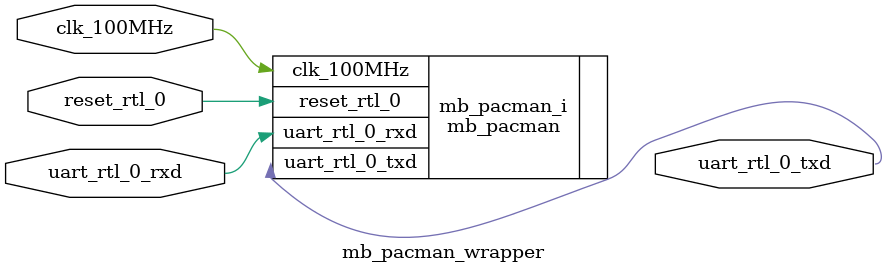
<source format=v>
`timescale 1 ps / 1 ps

module mb_pacman_wrapper
   (clk_100MHz,
    reset_rtl_0,
    uart_rtl_0_rxd,
    uart_rtl_0_txd);
  input clk_100MHz;
  input reset_rtl_0;
  input uart_rtl_0_rxd;
  output uart_rtl_0_txd;

  wire clk_100MHz;
  wire reset_rtl_0;
  wire uart_rtl_0_rxd;
  wire uart_rtl_0_txd;

  mb_pacman mb_pacman_i
       (.clk_100MHz(clk_100MHz),
        .reset_rtl_0(reset_rtl_0),
        .uart_rtl_0_rxd(uart_rtl_0_rxd),
        .uart_rtl_0_txd(uart_rtl_0_txd));
endmodule

</source>
